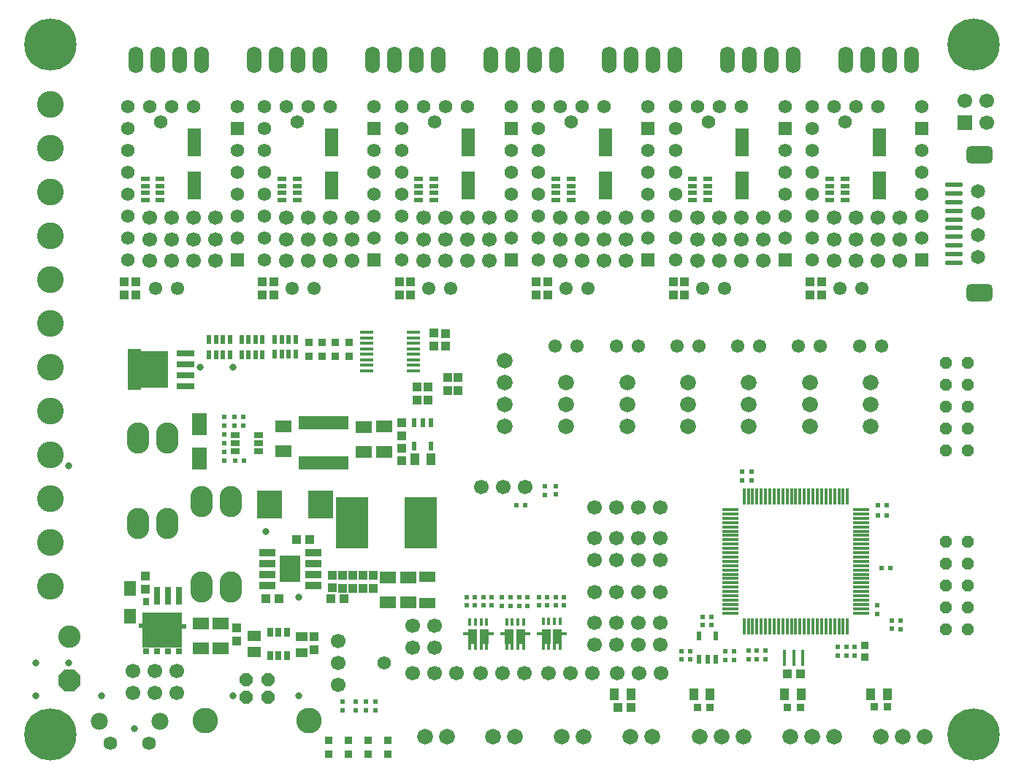
<source format=gts>
G04*
G04 #@! TF.GenerationSoftware,Altium Limited,Altium Designer,20.0.9 (164)*
G04*
G04 Layer_Color=8388736*
%FSLAX25Y25*%
%MOIN*%
G70*
G01*
G75*
%ADD69R,0.03350X0.03350*%
%ADD70R,0.02326X0.02169*%
G04:AMPARAMS|DCode=71|XSize=80.74mil|YSize=17.75mil|CornerRadius=4.94mil|HoleSize=0mil|Usage=FLASHONLY|Rotation=0.000|XOffset=0mil|YOffset=0mil|HoleType=Round|Shape=RoundedRectangle|*
%AMROUNDEDRECTD71*
21,1,0.08074,0.00787,0,0,0.0*
21,1,0.07087,0.01775,0,0,0.0*
1,1,0.00987,0.03543,-0.00394*
1,1,0.00987,-0.03543,-0.00394*
1,1,0.00987,-0.03543,0.00394*
1,1,0.00987,0.03543,0.00394*
%
%ADD71ROUNDEDRECTD71*%
G04:AMPARAMS|DCode=72|XSize=120.11mil|YSize=80.74mil|CornerRadius=20.68mil|HoleSize=0mil|Usage=FLASHONLY|Rotation=0.000|XOffset=0mil|YOffset=0mil|HoleType=Round|Shape=RoundedRectangle|*
%AMROUNDEDRECTD72*
21,1,0.12011,0.03937,0,0,0.0*
21,1,0.07874,0.08074,0,0,0.0*
1,1,0.04137,0.03937,-0.01968*
1,1,0.04137,-0.03937,-0.01968*
1,1,0.04137,-0.03937,0.01968*
1,1,0.04137,0.03937,0.01968*
%
%ADD72ROUNDEDRECTD72*%
%ADD73R,0.02169X0.02169*%
%ADD74R,0.03937X0.03937*%
%ADD75R,0.02169X0.02326*%
%ADD76R,0.02365X0.04137*%
%ADD77R,0.03937X0.03937*%
%ADD78R,0.05318X0.04137*%
%ADD79R,0.02200X0.04200*%
%ADD80R,0.06106X0.01775*%
%ADD81R,0.06893X0.10043*%
%ADD82R,0.11421X0.12798*%
%ADD83R,0.02169X0.02169*%
%ADD84R,0.15161X0.23200*%
%ADD85R,0.07484X0.05318*%
%ADD86R,0.04137X0.05318*%
%ADD87R,0.05712X0.06696*%
%ADD88R,0.07287X0.04924*%
%ADD89R,0.22641X0.06499*%
%ADD90R,0.02562X0.03547*%
%ADD91R,0.02562X0.08200*%
%ADD92R,0.02562X0.03153*%
%ADD93R,0.18310X0.16421*%
%ADD94R,0.02365X0.02169*%
%ADD95R,0.04137X0.02562*%
%ADD96R,0.07700X0.03200*%
%ADD97R,0.09649X0.12405*%
%ADD98R,0.05909X0.04531*%
%ADD99R,0.02562X0.04137*%
%ADD100R,0.03743X0.03350*%
%ADD101R,0.08200X0.02956*%
%ADD102R,0.04728X0.02956*%
%ADD103R,0.04200X0.02200*%
%ADD104R,0.06499X0.12798*%
%ADD105R,0.04334X0.06893*%
%ADD106R,0.01775X0.03350*%
%ADD107R,0.03350X0.01775*%
%ADD108R,0.07287X0.01381*%
%ADD109R,0.01381X0.07287*%
%ADD110R,0.01700X0.07200*%
%ADD111R,0.03350X0.03350*%
%ADD112C,0.06696*%
%ADD113C,0.06499*%
%ADD114C,0.12200*%
%ADD115R,0.06696X0.06696*%
%ADD116C,0.06106*%
%ADD117O,0.10200X0.14200*%
%ADD118C,0.10200*%
%ADD119P,0.11041X8X292.5*%
%ADD120C,0.11700*%
%ADD121P,0.06386X8X22.5*%
%ADD122C,0.06263*%
%ADD123C,0.07798*%
%ADD124C,0.07200*%
%ADD125C,0.06143*%
%ADD126R,0.06143X0.06143*%
%ADD127O,0.06700X0.12200*%
%ADD128P,0.06061X8X112.5*%
%ADD129C,0.23822*%
%ADD130C,0.03200*%
%ADD131C,0.06200*%
G36*
X68598Y190953D02*
X68624Y190949D01*
X68648Y190939D01*
X68669Y190923D01*
X68685Y190902D01*
X68695Y190878D01*
X68699Y190852D01*
Y189969D01*
X80802D01*
X80828Y189965D01*
X80853Y189955D01*
X80874Y189939D01*
X80890Y189918D01*
X80900Y189894D01*
X80903Y189868D01*
Y173332D01*
X80900Y173306D01*
X80890Y173282D01*
X80874Y173261D01*
X80853Y173245D01*
X80828Y173235D01*
X80802Y173231D01*
X68699D01*
Y172348D01*
X68695Y172322D01*
X68685Y172298D01*
X68669Y172277D01*
X68648Y172261D01*
X68624Y172251D01*
X68598Y172247D01*
X62692D01*
X62666Y172251D01*
X62642Y172261D01*
X62621Y172277D01*
X62605Y172298D01*
X62595Y172322D01*
X62591Y172348D01*
X62591Y190852D01*
X62595Y190878D01*
X62605Y190902D01*
X62621Y190923D01*
X62642Y190939D01*
X62666Y190949D01*
X62692Y190953D01*
X68598Y190953D01*
D02*
G37*
D69*
X154426Y5822D02*
D03*
Y12121D02*
D03*
X181388Y5822D02*
D03*
Y12121D02*
D03*
X163413Y5822D02*
D03*
Y12121D02*
D03*
X172400Y5822D02*
D03*
Y12121D02*
D03*
X163600Y187550D02*
D03*
X163600Y193850D02*
D03*
X157517Y187550D02*
D03*
Y193850D02*
D03*
X151433Y187550D02*
D03*
X151433Y193850D02*
D03*
X145350Y187550D02*
D03*
Y193850D02*
D03*
D70*
X160831Y29884D02*
D03*
Y25947D02*
D03*
X171279Y29968D02*
D03*
Y26031D02*
D03*
X175800Y29969D02*
D03*
Y26032D02*
D03*
X339400Y49098D02*
D03*
Y53035D02*
D03*
X315300Y49132D02*
D03*
Y53069D02*
D03*
X335300Y53035D02*
D03*
Y49098D02*
D03*
X319253Y53069D02*
D03*
Y49132D02*
D03*
X166700Y29969D02*
D03*
Y26032D02*
D03*
X106900Y143865D02*
D03*
Y139928D02*
D03*
X411500Y63141D02*
D03*
Y67078D02*
D03*
X258169Y128427D02*
D03*
Y124490D02*
D03*
X252984Y128353D02*
D03*
Y124416D02*
D03*
X106900Y151849D02*
D03*
Y147912D02*
D03*
Y159869D02*
D03*
Y155931D02*
D03*
X224996Y77737D02*
D03*
Y73800D02*
D03*
X221096D02*
D03*
Y77737D02*
D03*
X217273D02*
D03*
Y73800D02*
D03*
X241328Y77671D02*
D03*
Y73734D02*
D03*
X237428D02*
D03*
Y77671D02*
D03*
X233528D02*
D03*
Y73734D02*
D03*
X228896Y73800D02*
D03*
Y77737D02*
D03*
X261698Y77737D02*
D03*
Y73800D02*
D03*
X258000D02*
D03*
Y77737D02*
D03*
X250282Y77737D02*
D03*
Y73800D02*
D03*
X245128Y73734D02*
D03*
Y77671D02*
D03*
X254082Y73800D02*
D03*
Y77737D02*
D03*
D71*
X439600Y265811D02*
D03*
Y261874D02*
D03*
Y257937D02*
D03*
Y254000D02*
D03*
Y250063D02*
D03*
Y246126D02*
D03*
Y242189D02*
D03*
Y238252D02*
D03*
Y234315D02*
D03*
Y230378D02*
D03*
D72*
X451411Y279591D02*
D03*
Y216598D02*
D03*
D73*
X328969Y68774D02*
D03*
X325031D02*
D03*
X328969Y64800D02*
D03*
X325031D02*
D03*
X111632Y139822D02*
D03*
X115568D02*
D03*
X409068Y115000D02*
D03*
X405131D02*
D03*
X115269Y156000D02*
D03*
X111331D02*
D03*
X409068Y119500D02*
D03*
X405131D02*
D03*
D74*
X145753Y104000D02*
D03*
X139847D02*
D03*
X155547Y76900D02*
D03*
X161453D02*
D03*
X125847Y77000D02*
D03*
X131753Y77000D02*
D03*
X363747Y42600D02*
D03*
X369653D02*
D03*
X286447Y27200D02*
D03*
X292353D02*
D03*
D75*
X240033Y119709D02*
D03*
X243970D02*
D03*
X406732Y90784D02*
D03*
X410669D02*
D03*
X111331Y159869D02*
D03*
X115268D02*
D03*
D76*
X330993Y59882D02*
D03*
X323513Y59882D02*
D03*
X327253Y49252D02*
D03*
X323513D02*
D03*
X330993D02*
D03*
X193560Y157215D02*
D03*
X201040D02*
D03*
X197300Y157215D02*
D03*
X201040Y146585D02*
D03*
X193560Y146585D02*
D03*
D77*
X208622Y171964D02*
D03*
Y177870D02*
D03*
X213453Y172003D02*
D03*
Y177909D02*
D03*
X199778Y167546D02*
D03*
Y173451D02*
D03*
X194748Y167546D02*
D03*
Y173451D02*
D03*
X202501Y198245D02*
D03*
Y192339D02*
D03*
X129300Y215747D02*
D03*
Y221653D02*
D03*
X66300Y215747D02*
D03*
Y221653D02*
D03*
X191800Y215747D02*
D03*
Y221653D02*
D03*
X316800Y215747D02*
D03*
Y221653D02*
D03*
X379300Y215747D02*
D03*
Y221653D02*
D03*
X254300Y215747D02*
D03*
Y221653D02*
D03*
X207700Y198098D02*
D03*
Y192192D02*
D03*
X187679Y151234D02*
D03*
Y157139D02*
D03*
X187679Y139847D02*
D03*
Y145753D02*
D03*
X112500Y63653D02*
D03*
Y57747D02*
D03*
X170200Y81747D02*
D03*
Y87653D02*
D03*
X156000Y81847D02*
D03*
X156000Y87753D02*
D03*
X70700Y81247D02*
D03*
X70700Y87153D02*
D03*
X174700Y87653D02*
D03*
Y81747D02*
D03*
X165500Y81747D02*
D03*
Y87653D02*
D03*
X160700Y81747D02*
D03*
Y87653D02*
D03*
X147882Y59453D02*
D03*
Y53547D02*
D03*
X374100Y221653D02*
D03*
Y215747D02*
D03*
X311600Y221653D02*
D03*
Y215747D02*
D03*
X249100Y221653D02*
D03*
Y215747D02*
D03*
X186600Y221653D02*
D03*
Y215747D02*
D03*
X124100D02*
D03*
Y221653D02*
D03*
X61100D02*
D03*
Y215747D02*
D03*
D78*
X142200Y59672D02*
D03*
Y52128D02*
D03*
D79*
X109324Y195145D02*
D03*
X106175D02*
D03*
X103000D02*
D03*
X99800D02*
D03*
X99800Y188200D02*
D03*
X103000Y188200D02*
D03*
X106175D02*
D03*
X109324D02*
D03*
X124224Y188200D02*
D03*
X121075D02*
D03*
X117900Y188200D02*
D03*
X114700Y188200D02*
D03*
Y195145D02*
D03*
X117900D02*
D03*
X121075D02*
D03*
X124224D02*
D03*
X129776Y195400D02*
D03*
X132925D02*
D03*
X136100Y195400D02*
D03*
X139300Y195400D02*
D03*
Y188455D02*
D03*
X136100Y188455D02*
D03*
X132925Y188455D02*
D03*
X129776D02*
D03*
D80*
X192930Y181050D02*
D03*
Y183550D02*
D03*
Y186050D02*
D03*
Y188550D02*
D03*
Y191050D02*
D03*
Y193550D02*
D03*
Y196050D02*
D03*
Y198550D02*
D03*
X171670Y181050D02*
D03*
Y183550D02*
D03*
Y186050D02*
D03*
Y188550D02*
D03*
Y191050D02*
D03*
Y193550D02*
D03*
Y196050D02*
D03*
Y198550D02*
D03*
D81*
X95500Y140926D02*
D03*
Y156674D02*
D03*
D82*
X127386Y120100D02*
D03*
X150614D02*
D03*
D83*
X415400Y63032D02*
D03*
Y66969D02*
D03*
X346000Y49332D02*
D03*
Y53268D02*
D03*
X394500Y51032D02*
D03*
Y54969D02*
D03*
X349900Y49332D02*
D03*
Y53268D02*
D03*
X347400Y134968D02*
D03*
Y131032D02*
D03*
X390600Y54969D02*
D03*
Y51032D02*
D03*
X353900Y53268D02*
D03*
Y49332D02*
D03*
X386700Y51032D02*
D03*
Y54969D02*
D03*
X404800Y70031D02*
D03*
Y73968D02*
D03*
X343000Y134968D02*
D03*
Y131032D02*
D03*
D84*
X165050Y111700D02*
D03*
X196350Y111700D02*
D03*
D85*
X133900Y144291D02*
D03*
Y155709D02*
D03*
X179649Y155509D02*
D03*
Y144092D02*
D03*
X170473Y143991D02*
D03*
Y155409D02*
D03*
X96100Y65609D02*
D03*
X96100Y54191D02*
D03*
X105200Y65609D02*
D03*
Y54191D02*
D03*
X190600Y86709D02*
D03*
X190600Y75291D02*
D03*
X181500Y86709D02*
D03*
Y75291D02*
D03*
D86*
X201140Y140500D02*
D03*
X193660D02*
D03*
X409240Y33400D02*
D03*
X401760D02*
D03*
X328540Y33200D02*
D03*
X321060D02*
D03*
X369903Y33200D02*
D03*
X362422D02*
D03*
X292300Y33400D02*
D03*
X284820D02*
D03*
D87*
X63600Y68802D02*
D03*
Y81598D02*
D03*
D88*
X199500Y86805D02*
D03*
X199500Y74994D02*
D03*
D89*
X152100Y157352D02*
D03*
Y138848D02*
D03*
D90*
X71000Y75700D02*
D03*
D91*
X76000Y78200D02*
D03*
X81000Y78200D02*
D03*
X86000D02*
D03*
D92*
Y53082D02*
D03*
X81000D02*
D03*
X76000D02*
D03*
X71000D02*
D03*
D93*
X78500Y62609D02*
D03*
D94*
X68704Y64579D02*
D03*
X88296Y64380D02*
D03*
D95*
X111705Y144160D02*
D03*
Y147900D02*
D03*
Y151640D02*
D03*
X122532D02*
D03*
X122532Y147900D02*
D03*
X122532Y144160D02*
D03*
D96*
X126354Y98000D02*
D03*
Y93000D02*
D03*
X126354Y88000D02*
D03*
X126354Y83000D02*
D03*
X147500Y98000D02*
D03*
Y93000D02*
D03*
X147500Y88000D02*
D03*
X147500Y83000D02*
D03*
D97*
X136779Y90500D02*
D03*
D98*
X120531Y60040D02*
D03*
Y52560D02*
D03*
D99*
X127760Y61639D02*
D03*
X131500Y61639D02*
D03*
X135240Y61639D02*
D03*
X135240Y50812D02*
D03*
X131500D02*
D03*
X127760D02*
D03*
D100*
X399000Y55656D02*
D03*
Y50144D02*
D03*
D101*
X89200Y189100D02*
D03*
Y184100D02*
D03*
Y179100D02*
D03*
X89200Y174100D02*
D03*
D102*
X64956D02*
D03*
X64956Y179100D02*
D03*
Y184100D02*
D03*
X64956Y189100D02*
D03*
D103*
X389945Y258976D02*
D03*
Y262125D02*
D03*
Y265300D02*
D03*
Y268500D02*
D03*
X383000D02*
D03*
Y265300D02*
D03*
Y262125D02*
D03*
Y258976D02*
D03*
X327445D02*
D03*
Y262125D02*
D03*
Y265300D02*
D03*
Y268500D02*
D03*
X320500D02*
D03*
Y265300D02*
D03*
Y262125D02*
D03*
Y258976D02*
D03*
X264945D02*
D03*
Y262125D02*
D03*
Y265300D02*
D03*
Y268500D02*
D03*
X258000D02*
D03*
Y265300D02*
D03*
Y262125D02*
D03*
Y258976D02*
D03*
X202445D02*
D03*
Y262125D02*
D03*
Y265300D02*
D03*
Y268500D02*
D03*
X195500D02*
D03*
Y265300D02*
D03*
Y262125D02*
D03*
Y258976D02*
D03*
X139945D02*
D03*
Y262125D02*
D03*
Y265300D02*
D03*
Y268500D02*
D03*
X133000D02*
D03*
Y265300D02*
D03*
Y262125D02*
D03*
Y258976D02*
D03*
X77545D02*
D03*
Y262125D02*
D03*
Y265300D02*
D03*
Y268500D02*
D03*
X70600D02*
D03*
Y265300D02*
D03*
Y262125D02*
D03*
Y258976D02*
D03*
D104*
X93190Y265689D02*
D03*
Y285374D02*
D03*
X155590D02*
D03*
Y265689D02*
D03*
X218090D02*
D03*
Y285374D02*
D03*
X405590Y265689D02*
D03*
Y285374D02*
D03*
X343090Y265689D02*
D03*
Y285374D02*
D03*
X280590Y265689D02*
D03*
Y285374D02*
D03*
D105*
X253572Y59600D02*
D03*
X258690D02*
D03*
X242002Y59534D02*
D03*
X236883D02*
D03*
X220136Y59500D02*
D03*
X225254D02*
D03*
D106*
X259970Y55390D02*
D03*
X257411D02*
D03*
X254852D02*
D03*
X252293D02*
D03*
Y66512D02*
D03*
X254852D02*
D03*
X257411D02*
D03*
X259970D02*
D03*
X243282Y66446D02*
D03*
X240723D02*
D03*
X238164D02*
D03*
X235605D02*
D03*
Y55324D02*
D03*
X238164D02*
D03*
X240723D02*
D03*
X243282D02*
D03*
X226534Y55290D02*
D03*
X223975D02*
D03*
X221416D02*
D03*
X218857D02*
D03*
Y66412D02*
D03*
X221416D02*
D03*
X223975D02*
D03*
X226534D02*
D03*
D107*
X261432Y61039D02*
D03*
X250932Y61000D02*
D03*
X234243Y60934D02*
D03*
X244743Y60972D02*
D03*
X227996Y60939D02*
D03*
X217496Y60900D02*
D03*
D108*
X337839Y70378D02*
D03*
Y72346D02*
D03*
Y74315D02*
D03*
Y76283D02*
D03*
Y78252D02*
D03*
Y80221D02*
D03*
Y82189D02*
D03*
Y84158D02*
D03*
X337839Y86126D02*
D03*
X337839Y88095D02*
D03*
Y90063D02*
D03*
X337839Y92032D02*
D03*
X337839Y94000D02*
D03*
Y95969D02*
D03*
Y97937D02*
D03*
Y99906D02*
D03*
Y101874D02*
D03*
Y103843D02*
D03*
Y105811D02*
D03*
Y107780D02*
D03*
Y109748D02*
D03*
Y111717D02*
D03*
Y113685D02*
D03*
Y115654D02*
D03*
Y117622D02*
D03*
X397288D02*
D03*
Y115654D02*
D03*
Y113685D02*
D03*
Y111717D02*
D03*
Y109748D02*
D03*
Y107780D02*
D03*
Y105811D02*
D03*
Y103843D02*
D03*
Y101874D02*
D03*
Y99906D02*
D03*
Y97937D02*
D03*
Y95969D02*
D03*
Y94000D02*
D03*
X397287Y92032D02*
D03*
Y90063D02*
D03*
Y88095D02*
D03*
Y86126D02*
D03*
X397288Y84158D02*
D03*
X397287Y82189D02*
D03*
X397288Y80221D02*
D03*
Y78252D02*
D03*
Y76283D02*
D03*
Y74315D02*
D03*
Y72346D02*
D03*
Y70378D02*
D03*
D109*
X343941Y123724D02*
D03*
X345910D02*
D03*
X347878Y123724D02*
D03*
X349847Y123724D02*
D03*
X351815Y123724D02*
D03*
X353783D02*
D03*
X355752D02*
D03*
X357720D02*
D03*
X359689D02*
D03*
X361658D02*
D03*
X363626D02*
D03*
X365595D02*
D03*
X367563D02*
D03*
X369531Y123724D02*
D03*
X371500Y123724D02*
D03*
X373468Y123724D02*
D03*
X375437D02*
D03*
X377406D02*
D03*
X379374D02*
D03*
X381343D02*
D03*
X383311D02*
D03*
X385279D02*
D03*
X387248D02*
D03*
X389216D02*
D03*
X391185D02*
D03*
Y64276D02*
D03*
X389216D02*
D03*
X387248D02*
D03*
X385279D02*
D03*
X383311D02*
D03*
X381343D02*
D03*
X379374D02*
D03*
X377406D02*
D03*
X375437D02*
D03*
X373468D02*
D03*
X371500D02*
D03*
X369531D02*
D03*
X367563Y64276D02*
D03*
X365595D02*
D03*
X363626D02*
D03*
X361658D02*
D03*
X359689D02*
D03*
X357720D02*
D03*
X355752Y64276D02*
D03*
X353783Y64276D02*
D03*
X351815D02*
D03*
X349847Y64276D02*
D03*
X347878D02*
D03*
X345910D02*
D03*
X343941D02*
D03*
D110*
X362560Y49800D02*
D03*
X366600D02*
D03*
X370640D02*
D03*
D111*
X403547Y27600D02*
D03*
X409453D02*
D03*
X322647Y27400D02*
D03*
X328553D02*
D03*
X363847Y27400D02*
D03*
X369753D02*
D03*
D112*
X234000Y127889D02*
D03*
X224000D02*
D03*
X244000D02*
D03*
X158830Y47693D02*
D03*
Y37693D02*
D03*
Y57693D02*
D03*
X275900Y79800D02*
D03*
X285900D02*
D03*
X305900D02*
D03*
X295900D02*
D03*
X275900Y65976D02*
D03*
X285900D02*
D03*
X305900D02*
D03*
X295900D02*
D03*
X275900Y55976D02*
D03*
X285900D02*
D03*
X305900D02*
D03*
X295900D02*
D03*
X454600Y294200D02*
D03*
X444600Y304200D02*
D03*
X454600D02*
D03*
X243700Y42900D02*
D03*
X223700D02*
D03*
X233700D02*
D03*
X212600D02*
D03*
X192600D02*
D03*
X202600D02*
D03*
X306100D02*
D03*
X286100D02*
D03*
X296100D02*
D03*
X274900D02*
D03*
X254900D02*
D03*
X264900D02*
D03*
X192600Y54500D02*
D03*
Y64500D02*
D03*
X202600D02*
D03*
Y54500D02*
D03*
X295900Y118600D02*
D03*
X305900D02*
D03*
X285900D02*
D03*
X275900D02*
D03*
X285900Y104700D02*
D03*
X275900D02*
D03*
X295900D02*
D03*
X305900D02*
D03*
X285900Y94700D02*
D03*
X275900D02*
D03*
X295900D02*
D03*
X305900D02*
D03*
X197590Y231189D02*
D03*
X207590D02*
D03*
X227590D02*
D03*
X217590D02*
D03*
X197590Y241032D02*
D03*
X207590D02*
D03*
X227590D02*
D03*
X217590D02*
D03*
X197590Y250874D02*
D03*
X207590D02*
D03*
X227590D02*
D03*
X217590D02*
D03*
X135090Y231189D02*
D03*
X145090D02*
D03*
X165090D02*
D03*
X155090D02*
D03*
X135090Y241032D02*
D03*
X145090D02*
D03*
X165090D02*
D03*
X155090D02*
D03*
X135090Y250874D02*
D03*
X145090D02*
D03*
X165090D02*
D03*
X155090D02*
D03*
X385090Y231189D02*
D03*
X395090D02*
D03*
X415090D02*
D03*
X405090D02*
D03*
X385090Y241032D02*
D03*
X395090D02*
D03*
X415090D02*
D03*
X405090D02*
D03*
X385090Y250874D02*
D03*
X395090D02*
D03*
X415090D02*
D03*
X405090D02*
D03*
X260090Y231189D02*
D03*
X270090D02*
D03*
X290090D02*
D03*
X280090D02*
D03*
X260090Y241032D02*
D03*
X270090D02*
D03*
X290090D02*
D03*
X280090D02*
D03*
X260090Y250874D02*
D03*
X270090D02*
D03*
X290090D02*
D03*
X280090D02*
D03*
X72690Y231189D02*
D03*
X82690D02*
D03*
X102690D02*
D03*
X92690D02*
D03*
X72690Y241032D02*
D03*
X82690D02*
D03*
X102690D02*
D03*
X92690D02*
D03*
X72690Y250874D02*
D03*
X82690D02*
D03*
X102690D02*
D03*
X92690D02*
D03*
X65100Y34000D02*
D03*
X75100D02*
D03*
X85100D02*
D03*
X65100Y44000D02*
D03*
X85100D02*
D03*
X75100D02*
D03*
X322590Y231189D02*
D03*
X332590D02*
D03*
X352590D02*
D03*
X342590D02*
D03*
X322590Y241032D02*
D03*
X332590D02*
D03*
X352590D02*
D03*
X342590D02*
D03*
X322590Y250874D02*
D03*
X332590D02*
D03*
X352590D02*
D03*
X342590D02*
D03*
D113*
X450800Y233110D02*
D03*
Y243110D02*
D03*
Y253110D02*
D03*
Y263110D02*
D03*
D114*
X27441Y162634D02*
D03*
Y182633D02*
D03*
Y202634D02*
D03*
Y222634D02*
D03*
Y242717D02*
D03*
Y262717D02*
D03*
Y282716D02*
D03*
Y302716D02*
D03*
X27464Y82622D02*
D03*
Y102622D02*
D03*
Y122705D02*
D03*
Y142706D02*
D03*
D115*
X444600Y294200D02*
D03*
D116*
X137700Y218600D02*
D03*
X147700D02*
D03*
X262700D02*
D03*
X272700D02*
D03*
X325200D02*
D03*
X335200D02*
D03*
X387700D02*
D03*
X397700D02*
D03*
X200200D02*
D03*
X210200D02*
D03*
X341100Y192300D02*
D03*
X351100D02*
D03*
X257700D02*
D03*
X267700D02*
D03*
X368818D02*
D03*
X378818D02*
D03*
X285600D02*
D03*
X295600D02*
D03*
X396700D02*
D03*
X406700D02*
D03*
X313300D02*
D03*
X323300D02*
D03*
X75300Y218600D02*
D03*
X85300D02*
D03*
D117*
X109786Y82345D02*
D03*
Y121400D02*
D03*
X96400Y82345D02*
D03*
Y121400D02*
D03*
X67414Y150355D02*
D03*
Y111300D02*
D03*
X80800Y150355D02*
D03*
Y111300D02*
D03*
D118*
X36100Y59500D02*
D03*
D119*
Y39500D02*
D03*
D120*
X145477Y21185D02*
D03*
X97976D02*
D03*
D121*
X126677Y31885D02*
D03*
X116756D02*
D03*
Y39785D02*
D03*
X126677D02*
D03*
D122*
X72500Y11000D02*
D03*
X54783D02*
D03*
D123*
X77421Y20843D02*
D03*
X49862D02*
D03*
D124*
X234900Y185769D02*
D03*
Y175769D02*
D03*
Y165769D02*
D03*
Y155769D02*
D03*
X208400Y13842D02*
D03*
X198400D02*
D03*
X229550D02*
D03*
X239550D02*
D03*
X260900D02*
D03*
X270900D02*
D03*
X401743Y155769D02*
D03*
Y165769D02*
D03*
Y175769D02*
D03*
X373969D02*
D03*
Y165769D02*
D03*
Y155769D02*
D03*
X346195D02*
D03*
Y165769D02*
D03*
Y175769D02*
D03*
X318421D02*
D03*
Y165769D02*
D03*
Y155769D02*
D03*
X262874Y175769D02*
D03*
Y165769D02*
D03*
Y155769D02*
D03*
X290648D02*
D03*
Y165769D02*
D03*
Y175769D02*
D03*
X365000Y13800D02*
D03*
X375000D02*
D03*
X385000D02*
D03*
X343600D02*
D03*
X333600D02*
D03*
X323600D02*
D03*
X406400D02*
D03*
X416400D02*
D03*
X426400D02*
D03*
X292100D02*
D03*
X302100D02*
D03*
D125*
X112690Y301532D02*
D03*
Y241532D02*
D03*
X62690D02*
D03*
Y251532D02*
D03*
Y261532D02*
D03*
Y271532D02*
D03*
Y281532D02*
D03*
Y291532D02*
D03*
Y301532D02*
D03*
Y231532D02*
D03*
X112690Y281532D02*
D03*
Y271532D02*
D03*
Y251532D02*
D03*
Y261532D02*
D03*
X92690Y301532D02*
D03*
X82690D02*
D03*
X72690D02*
D03*
X77690Y294532D02*
D03*
X140090D02*
D03*
X135090Y301532D02*
D03*
X145090D02*
D03*
X155090D02*
D03*
X175090Y261532D02*
D03*
Y251532D02*
D03*
Y271532D02*
D03*
Y281532D02*
D03*
X125090Y231532D02*
D03*
Y301532D02*
D03*
Y291532D02*
D03*
Y281532D02*
D03*
Y271532D02*
D03*
Y261532D02*
D03*
Y251532D02*
D03*
Y241532D02*
D03*
X175090D02*
D03*
Y301532D02*
D03*
X237590D02*
D03*
Y241532D02*
D03*
X187590D02*
D03*
Y251532D02*
D03*
Y261532D02*
D03*
Y271532D02*
D03*
Y281532D02*
D03*
Y291532D02*
D03*
Y301532D02*
D03*
Y231532D02*
D03*
X237590Y281532D02*
D03*
Y271532D02*
D03*
Y251532D02*
D03*
Y261532D02*
D03*
X217590Y301532D02*
D03*
X207590D02*
D03*
X197590D02*
D03*
X202590Y294532D02*
D03*
X425090Y301532D02*
D03*
Y241532D02*
D03*
X375090D02*
D03*
Y251532D02*
D03*
Y261532D02*
D03*
Y271532D02*
D03*
Y281532D02*
D03*
Y291532D02*
D03*
Y301532D02*
D03*
Y231532D02*
D03*
X425090Y281532D02*
D03*
Y271532D02*
D03*
Y251532D02*
D03*
Y261532D02*
D03*
X405090Y301532D02*
D03*
X395090D02*
D03*
X385090D02*
D03*
X390090Y294532D02*
D03*
X362590Y301532D02*
D03*
Y241532D02*
D03*
X312590D02*
D03*
Y251532D02*
D03*
Y261532D02*
D03*
Y271532D02*
D03*
Y281532D02*
D03*
Y291532D02*
D03*
Y301532D02*
D03*
Y231532D02*
D03*
X362590Y281532D02*
D03*
Y271532D02*
D03*
Y251532D02*
D03*
Y261532D02*
D03*
X342590Y301532D02*
D03*
X332590D02*
D03*
X322590D02*
D03*
X327590Y294532D02*
D03*
X300090Y301532D02*
D03*
Y241532D02*
D03*
X250090D02*
D03*
Y251532D02*
D03*
Y261532D02*
D03*
Y271532D02*
D03*
Y281532D02*
D03*
Y291532D02*
D03*
Y301532D02*
D03*
Y231532D02*
D03*
X300090Y281532D02*
D03*
Y271532D02*
D03*
Y251532D02*
D03*
Y261532D02*
D03*
X280090Y301532D02*
D03*
X270090D02*
D03*
X260090D02*
D03*
X265090Y294532D02*
D03*
D126*
X112690Y291532D02*
D03*
Y231532D02*
D03*
X175090D02*
D03*
Y291532D02*
D03*
X237590D02*
D03*
Y231532D02*
D03*
X425090Y291532D02*
D03*
Y231532D02*
D03*
X362590Y291532D02*
D03*
Y231532D02*
D03*
X300090Y291532D02*
D03*
Y231532D02*
D03*
D127*
X66500Y323000D02*
D03*
X76500D02*
D03*
X86500D02*
D03*
X96500D02*
D03*
X120500D02*
D03*
X130500D02*
D03*
X140500D02*
D03*
X150500D02*
D03*
X174500D02*
D03*
X184500D02*
D03*
X194500D02*
D03*
X204500D02*
D03*
X228500D02*
D03*
X238500D02*
D03*
X248500D02*
D03*
X258500D02*
D03*
X282500D02*
D03*
X292500D02*
D03*
X302500D02*
D03*
X312500D02*
D03*
X336500D02*
D03*
X346500D02*
D03*
X356500D02*
D03*
X366500D02*
D03*
X390500D02*
D03*
X400500D02*
D03*
X410500D02*
D03*
X420500D02*
D03*
D128*
X446000Y63000D02*
D03*
X436000D02*
D03*
X446000Y73000D02*
D03*
X436000D02*
D03*
X446000Y83000D02*
D03*
X436000D02*
D03*
X446000Y93000D02*
D03*
X436000D02*
D03*
X446000Y103000D02*
D03*
X436000D02*
D03*
X436000Y184500D02*
D03*
X446000D02*
D03*
X436000Y174500D02*
D03*
X446000D02*
D03*
X436000Y164500D02*
D03*
X446000D02*
D03*
X436000Y154500D02*
D03*
X446000D02*
D03*
X436000Y144500D02*
D03*
X446000D02*
D03*
D129*
X27441Y15000D02*
D03*
Y329961D02*
D03*
X448701Y329961D02*
D03*
Y15000D02*
D03*
D130*
X140677Y77780D02*
D03*
Y32779D02*
D03*
X125677Y107780D02*
D03*
X110677Y182780D02*
D03*
Y32779D02*
D03*
X95677Y182780D02*
D03*
X65677Y17779D02*
D03*
X50677Y32779D02*
D03*
X35677Y137779D02*
D03*
Y47780D02*
D03*
X20677D02*
D03*
Y32779D02*
D03*
D131*
X179715Y47693D02*
D03*
M02*

</source>
